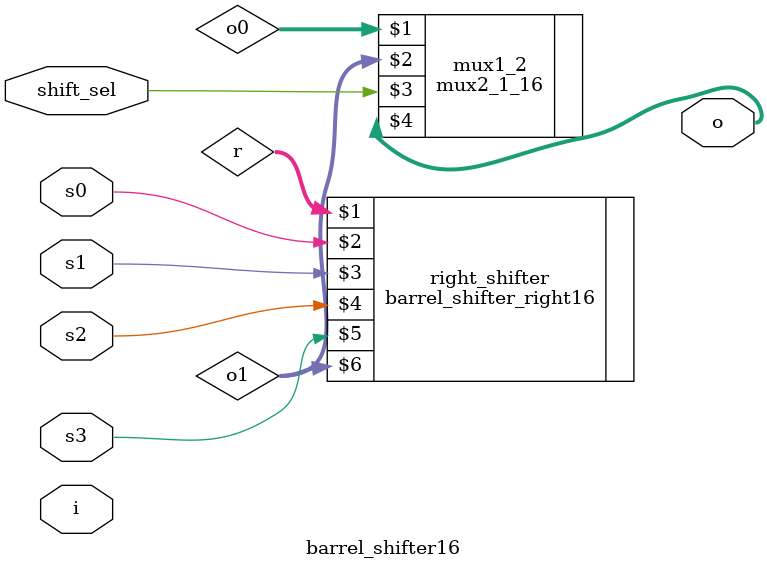
<source format=v>
module barrel_shifter16(input wire [15:0] i,input wire shift_sel,s0,s1,s2,s3,output wire [15:0] o);
	wire [15:0] l,r,o0,o1;
	barrel_shifter_right16 right_shifter(r,s0,s1,s2,s3,o1);
	mux2_1_16 mux1_2(o0,o1,shift_sel,o);
endmodule
</source>
